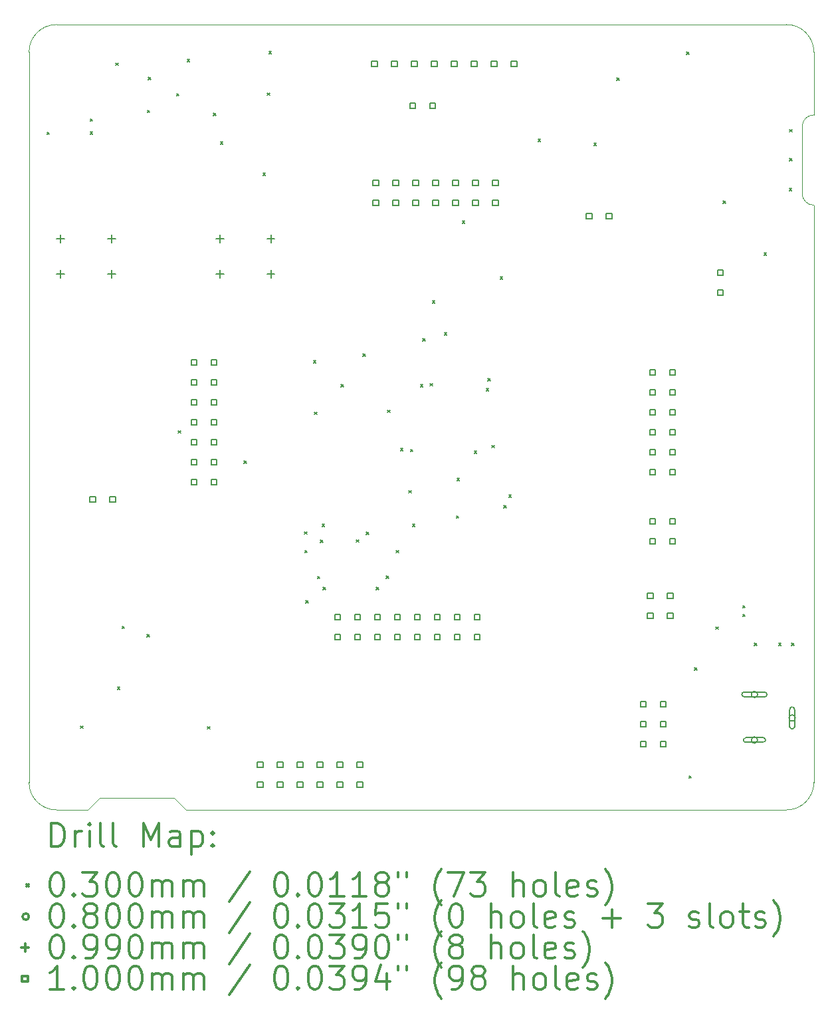
<source format=gbr>
%FSLAX45Y45*%
G04 Gerber Fmt 4.5, Leading zero omitted, Abs format (unit mm)*
G04 Created by KiCad (PCBNEW (5.1.10)-1) date 2021-11-18 19:13:32*
%MOMM*%
%LPD*%
G01*
G04 APERTURE LIST*
%TA.AperFunction,Profile*%
%ADD10C,0.050000*%
%TD*%
%ADD11C,0.200000*%
%ADD12C,0.300000*%
G04 APERTURE END LIST*
D10*
X5350000Y-16000000D02*
X5750000Y-16000000D01*
X5900000Y-15850000D02*
X5750000Y-16000000D01*
X6850000Y-15850000D02*
X5900000Y-15850000D01*
X7000000Y-16000000D02*
X6850000Y-15850000D01*
X15000000Y-6350000D02*
X15000000Y-7150000D01*
X14850000Y-8150000D02*
X14850000Y-7300000D01*
X15000000Y-8300000D02*
G75*
G02*
X14850000Y-8150000I0J150000D01*
G01*
X14850000Y-7300000D02*
G75*
G02*
X15000000Y-7150000I150000J0D01*
G01*
X5000000Y-6350000D02*
G75*
G02*
X5350000Y-6000000I350000J0D01*
G01*
X5350000Y-16000000D02*
G75*
G02*
X5000000Y-15650000I0J350000D01*
G01*
X15000000Y-15650000D02*
G75*
G02*
X14650000Y-16000000I-350000J0D01*
G01*
X14650000Y-6000000D02*
G75*
G02*
X15000000Y-6350000I0J-350000D01*
G01*
X5000000Y-6350000D02*
X5000000Y-15650000D01*
X14650000Y-6000000D02*
X5350000Y-6000000D01*
X15000000Y-15650000D02*
X15000000Y-8300000D01*
X7000000Y-16000000D02*
X14650000Y-16000000D01*
D11*
X5230000Y-7370000D02*
X5260000Y-7400000D01*
X5260000Y-7370000D02*
X5230000Y-7400000D01*
X5657500Y-14932500D02*
X5687500Y-14962500D01*
X5687500Y-14932500D02*
X5657500Y-14962500D01*
X5780000Y-7202000D02*
X5810000Y-7232000D01*
X5810000Y-7202000D02*
X5780000Y-7232000D01*
X5780000Y-7364000D02*
X5810000Y-7394000D01*
X5810000Y-7364000D02*
X5780000Y-7394000D01*
X6107500Y-6487500D02*
X6137500Y-6517500D01*
X6137500Y-6487500D02*
X6107500Y-6517500D01*
X6125000Y-14435000D02*
X6155000Y-14465000D01*
X6155000Y-14435000D02*
X6125000Y-14465000D01*
X6185000Y-13660000D02*
X6215000Y-13690000D01*
X6215000Y-13660000D02*
X6185000Y-13690000D01*
X6503500Y-13766500D02*
X6533500Y-13796500D01*
X6533500Y-13766500D02*
X6503500Y-13796500D01*
X6506000Y-7090000D02*
X6536000Y-7120000D01*
X6536000Y-7090000D02*
X6506000Y-7120000D01*
X6519500Y-6670500D02*
X6549500Y-6700500D01*
X6549500Y-6670500D02*
X6519500Y-6700500D01*
X6882000Y-6879000D02*
X6912000Y-6909000D01*
X6912000Y-6879000D02*
X6882000Y-6909000D01*
X6902000Y-11172500D02*
X6932000Y-11202500D01*
X6932000Y-11172500D02*
X6902000Y-11202500D01*
X7015700Y-6443500D02*
X7045700Y-6473500D01*
X7045700Y-6443500D02*
X7015700Y-6473500D01*
X7272500Y-14937500D02*
X7302500Y-14967500D01*
X7302500Y-14937500D02*
X7272500Y-14967500D01*
X7351250Y-7126750D02*
X7381250Y-7156750D01*
X7381250Y-7126750D02*
X7351250Y-7156750D01*
X7441000Y-7494000D02*
X7471000Y-7524000D01*
X7471000Y-7494000D02*
X7441000Y-7524000D01*
X7739000Y-11555000D02*
X7769000Y-11585000D01*
X7769000Y-11555000D02*
X7739000Y-11585000D01*
X7982200Y-7890000D02*
X8012200Y-7920000D01*
X8012200Y-7890000D02*
X7982200Y-7920000D01*
X8035000Y-6870000D02*
X8065000Y-6900000D01*
X8065000Y-6870000D02*
X8035000Y-6900000D01*
X8058000Y-6339000D02*
X8088000Y-6369000D01*
X8088000Y-6339000D02*
X8058000Y-6369000D01*
X8510000Y-12460000D02*
X8540000Y-12490000D01*
X8540000Y-12460000D02*
X8510000Y-12490000D01*
X8515000Y-12695000D02*
X8545000Y-12725000D01*
X8545000Y-12695000D02*
X8515000Y-12725000D01*
X8525000Y-13335000D02*
X8555000Y-13365000D01*
X8555000Y-13335000D02*
X8525000Y-13365000D01*
X8625000Y-10277500D02*
X8655000Y-10307500D01*
X8655000Y-10277500D02*
X8625000Y-10307500D01*
X8635000Y-10932500D02*
X8665000Y-10962500D01*
X8665000Y-10932500D02*
X8635000Y-10962500D01*
X8675000Y-13025000D02*
X8705000Y-13055000D01*
X8705000Y-13025000D02*
X8675000Y-13055000D01*
X8715000Y-12565000D02*
X8745000Y-12595000D01*
X8745000Y-12565000D02*
X8715000Y-12595000D01*
X8735000Y-12360000D02*
X8765000Y-12390000D01*
X8765000Y-12360000D02*
X8735000Y-12390000D01*
X8745000Y-13165000D02*
X8775000Y-13195000D01*
X8775000Y-13165000D02*
X8745000Y-13195000D01*
X8975000Y-10585000D02*
X9005000Y-10615000D01*
X9005000Y-10585000D02*
X8975000Y-10615000D01*
X9169000Y-12559000D02*
X9199000Y-12589000D01*
X9199000Y-12559000D02*
X9169000Y-12589000D01*
X9255000Y-10195000D02*
X9285000Y-10225000D01*
X9285000Y-10195000D02*
X9255000Y-10225000D01*
X9297500Y-12462500D02*
X9327500Y-12492500D01*
X9327500Y-12462500D02*
X9297500Y-12492500D01*
X9423000Y-13166999D02*
X9453000Y-13196999D01*
X9453000Y-13166999D02*
X9423000Y-13196999D01*
X9552500Y-13022500D02*
X9582500Y-13052500D01*
X9582500Y-13022500D02*
X9552500Y-13052500D01*
X9568000Y-10910000D02*
X9598000Y-10940000D01*
X9598000Y-10910000D02*
X9568000Y-10940000D01*
X9677000Y-12697000D02*
X9707000Y-12727000D01*
X9707000Y-12697000D02*
X9677000Y-12727000D01*
X9734800Y-11395200D02*
X9764800Y-11425200D01*
X9764800Y-11395200D02*
X9734800Y-11425200D01*
X9837500Y-11935000D02*
X9867500Y-11965000D01*
X9867500Y-11935000D02*
X9837500Y-11965000D01*
X9860000Y-11407000D02*
X9890000Y-11437000D01*
X9890000Y-11407000D02*
X9860000Y-11437000D01*
X9885000Y-12360000D02*
X9915000Y-12390000D01*
X9915000Y-12360000D02*
X9885000Y-12390000D01*
X9988800Y-10582400D02*
X10018800Y-10612400D01*
X10018800Y-10582400D02*
X9988800Y-10612400D01*
X10015000Y-9999000D02*
X10045000Y-10029000D01*
X10045000Y-9999000D02*
X10015000Y-10029000D01*
X10110000Y-10572000D02*
X10140000Y-10602000D01*
X10140000Y-10572000D02*
X10110000Y-10602000D01*
X10141200Y-9515600D02*
X10171200Y-9545600D01*
X10171200Y-9515600D02*
X10141200Y-9545600D01*
X10293600Y-9922000D02*
X10323600Y-9952000D01*
X10323600Y-9922000D02*
X10293600Y-9952000D01*
X10445000Y-12255000D02*
X10475000Y-12285000D01*
X10475000Y-12255000D02*
X10445000Y-12285000D01*
X10455000Y-11775000D02*
X10485000Y-11805000D01*
X10485000Y-11775000D02*
X10455000Y-11805000D01*
X10522200Y-8499600D02*
X10552200Y-8529600D01*
X10552200Y-8499600D02*
X10522200Y-8529600D01*
X10672500Y-11430000D02*
X10702500Y-11460000D01*
X10702500Y-11430000D02*
X10672500Y-11460000D01*
X10824500Y-10633000D02*
X10854500Y-10663000D01*
X10854500Y-10633000D02*
X10824500Y-10663000D01*
X10845000Y-10505000D02*
X10875000Y-10535000D01*
X10875000Y-10505000D02*
X10845000Y-10535000D01*
X10896000Y-11358000D02*
X10926000Y-11388000D01*
X10926000Y-11358000D02*
X10896000Y-11388000D01*
X11004800Y-9210800D02*
X11034800Y-9240800D01*
X11034800Y-9210800D02*
X11004800Y-9240800D01*
X11050000Y-12122500D02*
X11080000Y-12152500D01*
X11080000Y-12122500D02*
X11050000Y-12152500D01*
X11115000Y-11989500D02*
X11145000Y-12019500D01*
X11145000Y-11989500D02*
X11115000Y-12019500D01*
X11487400Y-7458200D02*
X11517400Y-7488200D01*
X11517400Y-7458200D02*
X11487400Y-7488200D01*
X12198600Y-7509000D02*
X12228600Y-7539000D01*
X12228600Y-7509000D02*
X12198600Y-7539000D01*
X12488000Y-6682000D02*
X12518000Y-6712000D01*
X12518000Y-6682000D02*
X12488000Y-6712000D01*
X13380000Y-6350000D02*
X13410000Y-6380000D01*
X13410000Y-6350000D02*
X13380000Y-6380000D01*
X13408000Y-15566000D02*
X13438000Y-15596000D01*
X13438000Y-15566000D02*
X13408000Y-15596000D01*
X13479000Y-14188000D02*
X13509000Y-14218000D01*
X13509000Y-14188000D02*
X13479000Y-14218000D01*
X13752000Y-13668000D02*
X13782000Y-13698000D01*
X13782000Y-13668000D02*
X13752000Y-13698000D01*
X13845000Y-8245000D02*
X13875000Y-8275000D01*
X13875000Y-8245000D02*
X13845000Y-8275000D01*
X14095000Y-13399000D02*
X14125000Y-13429000D01*
X14125000Y-13399000D02*
X14095000Y-13429000D01*
X14095000Y-13509000D02*
X14125000Y-13539000D01*
X14125000Y-13509000D02*
X14095000Y-13539000D01*
X14241500Y-13877500D02*
X14271500Y-13907500D01*
X14271500Y-13877500D02*
X14241500Y-13907500D01*
X14364000Y-8906000D02*
X14394000Y-8936000D01*
X14394000Y-8906000D02*
X14364000Y-8936000D01*
X14552499Y-13877500D02*
X14582499Y-13907500D01*
X14582499Y-13877500D02*
X14552499Y-13907500D01*
X14685000Y-8085000D02*
X14715000Y-8115000D01*
X14715000Y-8085000D02*
X14685000Y-8115000D01*
X14690000Y-7705000D02*
X14720000Y-7735000D01*
X14720000Y-7705000D02*
X14690000Y-7735000D01*
X14690008Y-7335000D02*
X14720008Y-7365000D01*
X14720008Y-7335000D02*
X14690008Y-7365000D01*
X14715000Y-13877500D02*
X14745000Y-13907500D01*
X14745000Y-13877500D02*
X14715000Y-13907500D01*
X14282500Y-14530000D02*
G75*
G03*
X14282500Y-14530000I-40000J0D01*
G01*
X14112500Y-14560000D02*
X14372500Y-14560000D01*
X14112500Y-14500000D02*
X14372500Y-14500000D01*
X14372500Y-14560000D02*
G75*
G03*
X14372500Y-14500000I0J30000D01*
G01*
X14112500Y-14500000D02*
G75*
G03*
X14112500Y-14560000I0J-30000D01*
G01*
X14282500Y-15110000D02*
G75*
G03*
X14282500Y-15110000I-40000J0D01*
G01*
X14132500Y-15140000D02*
X14352500Y-15140000D01*
X14132500Y-15080000D02*
X14352500Y-15080000D01*
X14352500Y-15140000D02*
G75*
G03*
X14352500Y-15080000I0J30000D01*
G01*
X14132500Y-15080000D02*
G75*
G03*
X14132500Y-15140000I0J-30000D01*
G01*
X14762500Y-14830000D02*
G75*
G03*
X14762500Y-14830000I-40000J0D01*
G01*
X14752500Y-14940000D02*
X14752500Y-14720000D01*
X14692500Y-14940000D02*
X14692500Y-14720000D01*
X14752500Y-14720000D02*
G75*
G03*
X14692500Y-14720000I-30000J0D01*
G01*
X14692500Y-14940000D02*
G75*
G03*
X14752500Y-14940000I30000J0D01*
G01*
X5402500Y-8677500D02*
X5402500Y-8776500D01*
X5353000Y-8727000D02*
X5452000Y-8727000D01*
X5402500Y-9127500D02*
X5402500Y-9226500D01*
X5353000Y-9177000D02*
X5452000Y-9177000D01*
X6052500Y-8677500D02*
X6052500Y-8776500D01*
X6003000Y-8727000D02*
X6102000Y-8727000D01*
X6052500Y-9127500D02*
X6052500Y-9226500D01*
X6003000Y-9177000D02*
X6102000Y-9177000D01*
X7431000Y-8677500D02*
X7431000Y-8776500D01*
X7381500Y-8727000D02*
X7480500Y-8727000D01*
X7431000Y-9127500D02*
X7431000Y-9226500D01*
X7381500Y-9177000D02*
X7480500Y-9177000D01*
X8081000Y-8677500D02*
X8081000Y-8776500D01*
X8031500Y-8727000D02*
X8130500Y-8727000D01*
X8081000Y-9127500D02*
X8081000Y-9226500D01*
X8031500Y-9177000D02*
X8130500Y-9177000D01*
X5848156Y-12080556D02*
X5848156Y-12009844D01*
X5777444Y-12009844D01*
X5777444Y-12080556D01*
X5848156Y-12080556D01*
X6102156Y-12080556D02*
X6102156Y-12009844D01*
X6031444Y-12009844D01*
X6031444Y-12080556D01*
X6102156Y-12080556D01*
X7135356Y-10335356D02*
X7135356Y-10264644D01*
X7064644Y-10264644D01*
X7064644Y-10335356D01*
X7135356Y-10335356D01*
X7135356Y-10589356D02*
X7135356Y-10518644D01*
X7064644Y-10518644D01*
X7064644Y-10589356D01*
X7135356Y-10589356D01*
X7135356Y-10843356D02*
X7135356Y-10772644D01*
X7064644Y-10772644D01*
X7064644Y-10843356D01*
X7135356Y-10843356D01*
X7135356Y-11097356D02*
X7135356Y-11026644D01*
X7064644Y-11026644D01*
X7064644Y-11097356D01*
X7135356Y-11097356D01*
X7135356Y-11351356D02*
X7135356Y-11280644D01*
X7064644Y-11280644D01*
X7064644Y-11351356D01*
X7135356Y-11351356D01*
X7135356Y-11605356D02*
X7135356Y-11534644D01*
X7064644Y-11534644D01*
X7064644Y-11605356D01*
X7135356Y-11605356D01*
X7135356Y-11859356D02*
X7135356Y-11788644D01*
X7064644Y-11788644D01*
X7064644Y-11859356D01*
X7135356Y-11859356D01*
X7389356Y-10335356D02*
X7389356Y-10264644D01*
X7318644Y-10264644D01*
X7318644Y-10335356D01*
X7389356Y-10335356D01*
X7389356Y-10589356D02*
X7389356Y-10518644D01*
X7318644Y-10518644D01*
X7318644Y-10589356D01*
X7389356Y-10589356D01*
X7389356Y-10843356D02*
X7389356Y-10772644D01*
X7318644Y-10772644D01*
X7318644Y-10843356D01*
X7389356Y-10843356D01*
X7389356Y-11097356D02*
X7389356Y-11026644D01*
X7318644Y-11026644D01*
X7318644Y-11097356D01*
X7389356Y-11097356D01*
X7389356Y-11351356D02*
X7389356Y-11280644D01*
X7318644Y-11280644D01*
X7318644Y-11351356D01*
X7389356Y-11351356D01*
X7389356Y-11605356D02*
X7389356Y-11534644D01*
X7318644Y-11534644D01*
X7318644Y-11605356D01*
X7389356Y-11605356D01*
X7389356Y-11859356D02*
X7389356Y-11788644D01*
X7318644Y-11788644D01*
X7318644Y-11859356D01*
X7389356Y-11859356D01*
X7981756Y-15458756D02*
X7981756Y-15388044D01*
X7911044Y-15388044D01*
X7911044Y-15458756D01*
X7981756Y-15458756D01*
X7981756Y-15712756D02*
X7981756Y-15642044D01*
X7911044Y-15642044D01*
X7911044Y-15712756D01*
X7981756Y-15712756D01*
X8235756Y-15458756D02*
X8235756Y-15388044D01*
X8165044Y-15388044D01*
X8165044Y-15458756D01*
X8235756Y-15458756D01*
X8235756Y-15712756D02*
X8235756Y-15642044D01*
X8165044Y-15642044D01*
X8165044Y-15712756D01*
X8235756Y-15712756D01*
X8489756Y-15458756D02*
X8489756Y-15388044D01*
X8419044Y-15388044D01*
X8419044Y-15458756D01*
X8489756Y-15458756D01*
X8489756Y-15712756D02*
X8489756Y-15642044D01*
X8419044Y-15642044D01*
X8419044Y-15712756D01*
X8489756Y-15712756D01*
X8743756Y-15458756D02*
X8743756Y-15388044D01*
X8673044Y-15388044D01*
X8673044Y-15458756D01*
X8743756Y-15458756D01*
X8743756Y-15712756D02*
X8743756Y-15642044D01*
X8673044Y-15642044D01*
X8673044Y-15712756D01*
X8743756Y-15712756D01*
X8965356Y-13581356D02*
X8965356Y-13510644D01*
X8894644Y-13510644D01*
X8894644Y-13581356D01*
X8965356Y-13581356D01*
X8965356Y-13835356D02*
X8965356Y-13764644D01*
X8894644Y-13764644D01*
X8894644Y-13835356D01*
X8965356Y-13835356D01*
X8997756Y-15458756D02*
X8997756Y-15388044D01*
X8927044Y-15388044D01*
X8927044Y-15458756D01*
X8997756Y-15458756D01*
X8997756Y-15712756D02*
X8997756Y-15642044D01*
X8927044Y-15642044D01*
X8927044Y-15712756D01*
X8997756Y-15712756D01*
X9219356Y-13581356D02*
X9219356Y-13510644D01*
X9148644Y-13510644D01*
X9148644Y-13581356D01*
X9219356Y-13581356D01*
X9219356Y-13835356D02*
X9219356Y-13764644D01*
X9148644Y-13764644D01*
X9148644Y-13835356D01*
X9219356Y-13835356D01*
X9251756Y-15458756D02*
X9251756Y-15388044D01*
X9181044Y-15388044D01*
X9181044Y-15458756D01*
X9251756Y-15458756D01*
X9251756Y-15712756D02*
X9251756Y-15642044D01*
X9181044Y-15642044D01*
X9181044Y-15712756D01*
X9251756Y-15712756D01*
X9435356Y-6535356D02*
X9435356Y-6464644D01*
X9364644Y-6464644D01*
X9364644Y-6535356D01*
X9435356Y-6535356D01*
X9453856Y-8050356D02*
X9453856Y-7979644D01*
X9383144Y-7979644D01*
X9383144Y-8050356D01*
X9453856Y-8050356D01*
X9453856Y-8304356D02*
X9453856Y-8233644D01*
X9383144Y-8233644D01*
X9383144Y-8304356D01*
X9453856Y-8304356D01*
X9473356Y-13581356D02*
X9473356Y-13510644D01*
X9402644Y-13510644D01*
X9402644Y-13581356D01*
X9473356Y-13581356D01*
X9473356Y-13835356D02*
X9473356Y-13764644D01*
X9402644Y-13764644D01*
X9402644Y-13835356D01*
X9473356Y-13835356D01*
X9689356Y-6535356D02*
X9689356Y-6464644D01*
X9618644Y-6464644D01*
X9618644Y-6535356D01*
X9689356Y-6535356D01*
X9707856Y-8050356D02*
X9707856Y-7979644D01*
X9637144Y-7979644D01*
X9637144Y-8050356D01*
X9707856Y-8050356D01*
X9707856Y-8304356D02*
X9707856Y-8233644D01*
X9637144Y-8233644D01*
X9637144Y-8304356D01*
X9707856Y-8304356D01*
X9727356Y-13581356D02*
X9727356Y-13510644D01*
X9656644Y-13510644D01*
X9656644Y-13581356D01*
X9727356Y-13581356D01*
X9727356Y-13835356D02*
X9727356Y-13764644D01*
X9656644Y-13764644D01*
X9656644Y-13835356D01*
X9727356Y-13835356D01*
X9924356Y-7066356D02*
X9924356Y-6995644D01*
X9853644Y-6995644D01*
X9853644Y-7066356D01*
X9924356Y-7066356D01*
X9943356Y-6535356D02*
X9943356Y-6464644D01*
X9872644Y-6464644D01*
X9872644Y-6535356D01*
X9943356Y-6535356D01*
X9961856Y-8050356D02*
X9961856Y-7979644D01*
X9891144Y-7979644D01*
X9891144Y-8050356D01*
X9961856Y-8050356D01*
X9961856Y-8304356D02*
X9961856Y-8233644D01*
X9891144Y-8233644D01*
X9891144Y-8304356D01*
X9961856Y-8304356D01*
X9981356Y-13581356D02*
X9981356Y-13510644D01*
X9910644Y-13510644D01*
X9910644Y-13581356D01*
X9981356Y-13581356D01*
X9981356Y-13835356D02*
X9981356Y-13764644D01*
X9910644Y-13764644D01*
X9910644Y-13835356D01*
X9981356Y-13835356D01*
X10178356Y-7066356D02*
X10178356Y-6995644D01*
X10107644Y-6995644D01*
X10107644Y-7066356D01*
X10178356Y-7066356D01*
X10197356Y-6535356D02*
X10197356Y-6464644D01*
X10126644Y-6464644D01*
X10126644Y-6535356D01*
X10197356Y-6535356D01*
X10215856Y-8050356D02*
X10215856Y-7979644D01*
X10145144Y-7979644D01*
X10145144Y-8050356D01*
X10215856Y-8050356D01*
X10215856Y-8304356D02*
X10215856Y-8233644D01*
X10145144Y-8233644D01*
X10145144Y-8304356D01*
X10215856Y-8304356D01*
X10235356Y-13581356D02*
X10235356Y-13510644D01*
X10164644Y-13510644D01*
X10164644Y-13581356D01*
X10235356Y-13581356D01*
X10235356Y-13835356D02*
X10235356Y-13764644D01*
X10164644Y-13764644D01*
X10164644Y-13835356D01*
X10235356Y-13835356D01*
X10451356Y-6535356D02*
X10451356Y-6464644D01*
X10380644Y-6464644D01*
X10380644Y-6535356D01*
X10451356Y-6535356D01*
X10469856Y-8050356D02*
X10469856Y-7979644D01*
X10399144Y-7979644D01*
X10399144Y-8050356D01*
X10469856Y-8050356D01*
X10469856Y-8304356D02*
X10469856Y-8233644D01*
X10399144Y-8233644D01*
X10399144Y-8304356D01*
X10469856Y-8304356D01*
X10489356Y-13581356D02*
X10489356Y-13510644D01*
X10418644Y-13510644D01*
X10418644Y-13581356D01*
X10489356Y-13581356D01*
X10489356Y-13835356D02*
X10489356Y-13764644D01*
X10418644Y-13764644D01*
X10418644Y-13835356D01*
X10489356Y-13835356D01*
X10705356Y-6535356D02*
X10705356Y-6464644D01*
X10634644Y-6464644D01*
X10634644Y-6535356D01*
X10705356Y-6535356D01*
X10723856Y-8050356D02*
X10723856Y-7979644D01*
X10653144Y-7979644D01*
X10653144Y-8050356D01*
X10723856Y-8050356D01*
X10723856Y-8304356D02*
X10723856Y-8233644D01*
X10653144Y-8233644D01*
X10653144Y-8304356D01*
X10723856Y-8304356D01*
X10743356Y-13581356D02*
X10743356Y-13510644D01*
X10672644Y-13510644D01*
X10672644Y-13581356D01*
X10743356Y-13581356D01*
X10743356Y-13835356D02*
X10743356Y-13764644D01*
X10672644Y-13764644D01*
X10672644Y-13835356D01*
X10743356Y-13835356D01*
X10959356Y-6535356D02*
X10959356Y-6464644D01*
X10888644Y-6464644D01*
X10888644Y-6535356D01*
X10959356Y-6535356D01*
X10977856Y-8050356D02*
X10977856Y-7979644D01*
X10907144Y-7979644D01*
X10907144Y-8050356D01*
X10977856Y-8050356D01*
X10977856Y-8304356D02*
X10977856Y-8233644D01*
X10907144Y-8233644D01*
X10907144Y-8304356D01*
X10977856Y-8304356D01*
X11213356Y-6535356D02*
X11213356Y-6464644D01*
X11142644Y-6464644D01*
X11142644Y-6535356D01*
X11213356Y-6535356D01*
X12172756Y-8473756D02*
X12172756Y-8403044D01*
X12102044Y-8403044D01*
X12102044Y-8473756D01*
X12172756Y-8473756D01*
X12426756Y-8473756D02*
X12426756Y-8403044D01*
X12356044Y-8403044D01*
X12356044Y-8473756D01*
X12426756Y-8473756D01*
X12861356Y-14688356D02*
X12861356Y-14617644D01*
X12790644Y-14617644D01*
X12790644Y-14688356D01*
X12861356Y-14688356D01*
X12861356Y-14942356D02*
X12861356Y-14871644D01*
X12790644Y-14871644D01*
X12790644Y-14942356D01*
X12861356Y-14942356D01*
X12861356Y-15196356D02*
X12861356Y-15125644D01*
X12790644Y-15125644D01*
X12790644Y-15196356D01*
X12861356Y-15196356D01*
X12951356Y-13309356D02*
X12951356Y-13238644D01*
X12880644Y-13238644D01*
X12880644Y-13309356D01*
X12951356Y-13309356D01*
X12951356Y-13563356D02*
X12951356Y-13492644D01*
X12880644Y-13492644D01*
X12880644Y-13563356D01*
X12951356Y-13563356D01*
X12981356Y-10465356D02*
X12981356Y-10394644D01*
X12910644Y-10394644D01*
X12910644Y-10465356D01*
X12981356Y-10465356D01*
X12981356Y-10719356D02*
X12981356Y-10648644D01*
X12910644Y-10648644D01*
X12910644Y-10719356D01*
X12981356Y-10719356D01*
X12981356Y-10973356D02*
X12981356Y-10902644D01*
X12910644Y-10902644D01*
X12910644Y-10973356D01*
X12981356Y-10973356D01*
X12981356Y-11227356D02*
X12981356Y-11156644D01*
X12910644Y-11156644D01*
X12910644Y-11227356D01*
X12981356Y-11227356D01*
X12981356Y-11481356D02*
X12981356Y-11410644D01*
X12910644Y-11410644D01*
X12910644Y-11481356D01*
X12981356Y-11481356D01*
X12981356Y-11735356D02*
X12981356Y-11664644D01*
X12910644Y-11664644D01*
X12910644Y-11735356D01*
X12981356Y-11735356D01*
X12981356Y-12358356D02*
X12981356Y-12287644D01*
X12910644Y-12287644D01*
X12910644Y-12358356D01*
X12981356Y-12358356D01*
X12981356Y-12612356D02*
X12981356Y-12541644D01*
X12910644Y-12541644D01*
X12910644Y-12612356D01*
X12981356Y-12612356D01*
X13115356Y-14688356D02*
X13115356Y-14617644D01*
X13044644Y-14617644D01*
X13044644Y-14688356D01*
X13115356Y-14688356D01*
X13115356Y-14942356D02*
X13115356Y-14871644D01*
X13044644Y-14871644D01*
X13044644Y-14942356D01*
X13115356Y-14942356D01*
X13115356Y-15196356D02*
X13115356Y-15125644D01*
X13044644Y-15125644D01*
X13044644Y-15196356D01*
X13115356Y-15196356D01*
X13205356Y-13309356D02*
X13205356Y-13238644D01*
X13134644Y-13238644D01*
X13134644Y-13309356D01*
X13205356Y-13309356D01*
X13205356Y-13563356D02*
X13205356Y-13492644D01*
X13134644Y-13492644D01*
X13134644Y-13563356D01*
X13205356Y-13563356D01*
X13235356Y-10465356D02*
X13235356Y-10394644D01*
X13164644Y-10394644D01*
X13164644Y-10465356D01*
X13235356Y-10465356D01*
X13235356Y-10719356D02*
X13235356Y-10648644D01*
X13164644Y-10648644D01*
X13164644Y-10719356D01*
X13235356Y-10719356D01*
X13235356Y-10973356D02*
X13235356Y-10902644D01*
X13164644Y-10902644D01*
X13164644Y-10973356D01*
X13235356Y-10973356D01*
X13235356Y-11227356D02*
X13235356Y-11156644D01*
X13164644Y-11156644D01*
X13164644Y-11227356D01*
X13235356Y-11227356D01*
X13235356Y-11481356D02*
X13235356Y-11410644D01*
X13164644Y-11410644D01*
X13164644Y-11481356D01*
X13235356Y-11481356D01*
X13235356Y-11735356D02*
X13235356Y-11664644D01*
X13164644Y-11664644D01*
X13164644Y-11735356D01*
X13235356Y-11735356D01*
X13235356Y-12358356D02*
X13235356Y-12287644D01*
X13164644Y-12287644D01*
X13164644Y-12358356D01*
X13235356Y-12358356D01*
X13235356Y-12612356D02*
X13235356Y-12541644D01*
X13164644Y-12541644D01*
X13164644Y-12612356D01*
X13235356Y-12612356D01*
X13845356Y-9191356D02*
X13845356Y-9120644D01*
X13774644Y-9120644D01*
X13774644Y-9191356D01*
X13845356Y-9191356D01*
X13845356Y-9445356D02*
X13845356Y-9374644D01*
X13774644Y-9374644D01*
X13774644Y-9445356D01*
X13845356Y-9445356D01*
D12*
X5283928Y-16468214D02*
X5283928Y-16168214D01*
X5355357Y-16168214D01*
X5398214Y-16182500D01*
X5426786Y-16211071D01*
X5441071Y-16239643D01*
X5455357Y-16296786D01*
X5455357Y-16339643D01*
X5441071Y-16396786D01*
X5426786Y-16425357D01*
X5398214Y-16453929D01*
X5355357Y-16468214D01*
X5283928Y-16468214D01*
X5583928Y-16468214D02*
X5583928Y-16268214D01*
X5583928Y-16325357D02*
X5598214Y-16296786D01*
X5612500Y-16282500D01*
X5641071Y-16268214D01*
X5669643Y-16268214D01*
X5769643Y-16468214D02*
X5769643Y-16268214D01*
X5769643Y-16168214D02*
X5755357Y-16182500D01*
X5769643Y-16196786D01*
X5783928Y-16182500D01*
X5769643Y-16168214D01*
X5769643Y-16196786D01*
X5955357Y-16468214D02*
X5926786Y-16453929D01*
X5912500Y-16425357D01*
X5912500Y-16168214D01*
X6112500Y-16468214D02*
X6083928Y-16453929D01*
X6069643Y-16425357D01*
X6069643Y-16168214D01*
X6455357Y-16468214D02*
X6455357Y-16168214D01*
X6555357Y-16382500D01*
X6655357Y-16168214D01*
X6655357Y-16468214D01*
X6926786Y-16468214D02*
X6926786Y-16311071D01*
X6912500Y-16282500D01*
X6883928Y-16268214D01*
X6826786Y-16268214D01*
X6798214Y-16282500D01*
X6926786Y-16453929D02*
X6898214Y-16468214D01*
X6826786Y-16468214D01*
X6798214Y-16453929D01*
X6783928Y-16425357D01*
X6783928Y-16396786D01*
X6798214Y-16368214D01*
X6826786Y-16353929D01*
X6898214Y-16353929D01*
X6926786Y-16339643D01*
X7069643Y-16268214D02*
X7069643Y-16568214D01*
X7069643Y-16282500D02*
X7098214Y-16268214D01*
X7155357Y-16268214D01*
X7183928Y-16282500D01*
X7198214Y-16296786D01*
X7212500Y-16325357D01*
X7212500Y-16411071D01*
X7198214Y-16439643D01*
X7183928Y-16453929D01*
X7155357Y-16468214D01*
X7098214Y-16468214D01*
X7069643Y-16453929D01*
X7341071Y-16439643D02*
X7355357Y-16453929D01*
X7341071Y-16468214D01*
X7326786Y-16453929D01*
X7341071Y-16439643D01*
X7341071Y-16468214D01*
X7341071Y-16282500D02*
X7355357Y-16296786D01*
X7341071Y-16311071D01*
X7326786Y-16296786D01*
X7341071Y-16282500D01*
X7341071Y-16311071D01*
X4967500Y-16947500D02*
X4997500Y-16977500D01*
X4997500Y-16947500D02*
X4967500Y-16977500D01*
X5341071Y-16798214D02*
X5369643Y-16798214D01*
X5398214Y-16812500D01*
X5412500Y-16826786D01*
X5426786Y-16855357D01*
X5441071Y-16912500D01*
X5441071Y-16983929D01*
X5426786Y-17041072D01*
X5412500Y-17069643D01*
X5398214Y-17083929D01*
X5369643Y-17098214D01*
X5341071Y-17098214D01*
X5312500Y-17083929D01*
X5298214Y-17069643D01*
X5283928Y-17041072D01*
X5269643Y-16983929D01*
X5269643Y-16912500D01*
X5283928Y-16855357D01*
X5298214Y-16826786D01*
X5312500Y-16812500D01*
X5341071Y-16798214D01*
X5569643Y-17069643D02*
X5583928Y-17083929D01*
X5569643Y-17098214D01*
X5555357Y-17083929D01*
X5569643Y-17069643D01*
X5569643Y-17098214D01*
X5683928Y-16798214D02*
X5869643Y-16798214D01*
X5769643Y-16912500D01*
X5812500Y-16912500D01*
X5841071Y-16926786D01*
X5855357Y-16941072D01*
X5869643Y-16969643D01*
X5869643Y-17041072D01*
X5855357Y-17069643D01*
X5841071Y-17083929D01*
X5812500Y-17098214D01*
X5726786Y-17098214D01*
X5698214Y-17083929D01*
X5683928Y-17069643D01*
X6055357Y-16798214D02*
X6083928Y-16798214D01*
X6112500Y-16812500D01*
X6126786Y-16826786D01*
X6141071Y-16855357D01*
X6155357Y-16912500D01*
X6155357Y-16983929D01*
X6141071Y-17041072D01*
X6126786Y-17069643D01*
X6112500Y-17083929D01*
X6083928Y-17098214D01*
X6055357Y-17098214D01*
X6026786Y-17083929D01*
X6012500Y-17069643D01*
X5998214Y-17041072D01*
X5983928Y-16983929D01*
X5983928Y-16912500D01*
X5998214Y-16855357D01*
X6012500Y-16826786D01*
X6026786Y-16812500D01*
X6055357Y-16798214D01*
X6341071Y-16798214D02*
X6369643Y-16798214D01*
X6398214Y-16812500D01*
X6412500Y-16826786D01*
X6426786Y-16855357D01*
X6441071Y-16912500D01*
X6441071Y-16983929D01*
X6426786Y-17041072D01*
X6412500Y-17069643D01*
X6398214Y-17083929D01*
X6369643Y-17098214D01*
X6341071Y-17098214D01*
X6312500Y-17083929D01*
X6298214Y-17069643D01*
X6283928Y-17041072D01*
X6269643Y-16983929D01*
X6269643Y-16912500D01*
X6283928Y-16855357D01*
X6298214Y-16826786D01*
X6312500Y-16812500D01*
X6341071Y-16798214D01*
X6569643Y-17098214D02*
X6569643Y-16898214D01*
X6569643Y-16926786D02*
X6583928Y-16912500D01*
X6612500Y-16898214D01*
X6655357Y-16898214D01*
X6683928Y-16912500D01*
X6698214Y-16941072D01*
X6698214Y-17098214D01*
X6698214Y-16941072D02*
X6712500Y-16912500D01*
X6741071Y-16898214D01*
X6783928Y-16898214D01*
X6812500Y-16912500D01*
X6826786Y-16941072D01*
X6826786Y-17098214D01*
X6969643Y-17098214D02*
X6969643Y-16898214D01*
X6969643Y-16926786D02*
X6983928Y-16912500D01*
X7012500Y-16898214D01*
X7055357Y-16898214D01*
X7083928Y-16912500D01*
X7098214Y-16941072D01*
X7098214Y-17098214D01*
X7098214Y-16941072D02*
X7112500Y-16912500D01*
X7141071Y-16898214D01*
X7183928Y-16898214D01*
X7212500Y-16912500D01*
X7226786Y-16941072D01*
X7226786Y-17098214D01*
X7812500Y-16783929D02*
X7555357Y-17169643D01*
X8198214Y-16798214D02*
X8226786Y-16798214D01*
X8255357Y-16812500D01*
X8269643Y-16826786D01*
X8283928Y-16855357D01*
X8298214Y-16912500D01*
X8298214Y-16983929D01*
X8283928Y-17041072D01*
X8269643Y-17069643D01*
X8255357Y-17083929D01*
X8226786Y-17098214D01*
X8198214Y-17098214D01*
X8169643Y-17083929D01*
X8155357Y-17069643D01*
X8141071Y-17041072D01*
X8126786Y-16983929D01*
X8126786Y-16912500D01*
X8141071Y-16855357D01*
X8155357Y-16826786D01*
X8169643Y-16812500D01*
X8198214Y-16798214D01*
X8426786Y-17069643D02*
X8441071Y-17083929D01*
X8426786Y-17098214D01*
X8412500Y-17083929D01*
X8426786Y-17069643D01*
X8426786Y-17098214D01*
X8626786Y-16798214D02*
X8655357Y-16798214D01*
X8683928Y-16812500D01*
X8698214Y-16826786D01*
X8712500Y-16855357D01*
X8726786Y-16912500D01*
X8726786Y-16983929D01*
X8712500Y-17041072D01*
X8698214Y-17069643D01*
X8683928Y-17083929D01*
X8655357Y-17098214D01*
X8626786Y-17098214D01*
X8598214Y-17083929D01*
X8583928Y-17069643D01*
X8569643Y-17041072D01*
X8555357Y-16983929D01*
X8555357Y-16912500D01*
X8569643Y-16855357D01*
X8583928Y-16826786D01*
X8598214Y-16812500D01*
X8626786Y-16798214D01*
X9012500Y-17098214D02*
X8841071Y-17098214D01*
X8926786Y-17098214D02*
X8926786Y-16798214D01*
X8898214Y-16841072D01*
X8869643Y-16869643D01*
X8841071Y-16883929D01*
X9298214Y-17098214D02*
X9126786Y-17098214D01*
X9212500Y-17098214D02*
X9212500Y-16798214D01*
X9183928Y-16841072D01*
X9155357Y-16869643D01*
X9126786Y-16883929D01*
X9469643Y-16926786D02*
X9441071Y-16912500D01*
X9426786Y-16898214D01*
X9412500Y-16869643D01*
X9412500Y-16855357D01*
X9426786Y-16826786D01*
X9441071Y-16812500D01*
X9469643Y-16798214D01*
X9526786Y-16798214D01*
X9555357Y-16812500D01*
X9569643Y-16826786D01*
X9583928Y-16855357D01*
X9583928Y-16869643D01*
X9569643Y-16898214D01*
X9555357Y-16912500D01*
X9526786Y-16926786D01*
X9469643Y-16926786D01*
X9441071Y-16941072D01*
X9426786Y-16955357D01*
X9412500Y-16983929D01*
X9412500Y-17041072D01*
X9426786Y-17069643D01*
X9441071Y-17083929D01*
X9469643Y-17098214D01*
X9526786Y-17098214D01*
X9555357Y-17083929D01*
X9569643Y-17069643D01*
X9583928Y-17041072D01*
X9583928Y-16983929D01*
X9569643Y-16955357D01*
X9555357Y-16941072D01*
X9526786Y-16926786D01*
X9698214Y-16798214D02*
X9698214Y-16855357D01*
X9812500Y-16798214D02*
X9812500Y-16855357D01*
X10255357Y-17212500D02*
X10241071Y-17198214D01*
X10212500Y-17155357D01*
X10198214Y-17126786D01*
X10183928Y-17083929D01*
X10169643Y-17012500D01*
X10169643Y-16955357D01*
X10183928Y-16883929D01*
X10198214Y-16841072D01*
X10212500Y-16812500D01*
X10241071Y-16769643D01*
X10255357Y-16755357D01*
X10341071Y-16798214D02*
X10541071Y-16798214D01*
X10412500Y-17098214D01*
X10626786Y-16798214D02*
X10812500Y-16798214D01*
X10712500Y-16912500D01*
X10755357Y-16912500D01*
X10783928Y-16926786D01*
X10798214Y-16941072D01*
X10812500Y-16969643D01*
X10812500Y-17041072D01*
X10798214Y-17069643D01*
X10783928Y-17083929D01*
X10755357Y-17098214D01*
X10669643Y-17098214D01*
X10641071Y-17083929D01*
X10626786Y-17069643D01*
X11169643Y-17098214D02*
X11169643Y-16798214D01*
X11298214Y-17098214D02*
X11298214Y-16941072D01*
X11283928Y-16912500D01*
X11255357Y-16898214D01*
X11212500Y-16898214D01*
X11183928Y-16912500D01*
X11169643Y-16926786D01*
X11483928Y-17098214D02*
X11455357Y-17083929D01*
X11441071Y-17069643D01*
X11426786Y-17041072D01*
X11426786Y-16955357D01*
X11441071Y-16926786D01*
X11455357Y-16912500D01*
X11483928Y-16898214D01*
X11526786Y-16898214D01*
X11555357Y-16912500D01*
X11569643Y-16926786D01*
X11583928Y-16955357D01*
X11583928Y-17041072D01*
X11569643Y-17069643D01*
X11555357Y-17083929D01*
X11526786Y-17098214D01*
X11483928Y-17098214D01*
X11755357Y-17098214D02*
X11726786Y-17083929D01*
X11712500Y-17055357D01*
X11712500Y-16798214D01*
X11983928Y-17083929D02*
X11955357Y-17098214D01*
X11898214Y-17098214D01*
X11869643Y-17083929D01*
X11855357Y-17055357D01*
X11855357Y-16941072D01*
X11869643Y-16912500D01*
X11898214Y-16898214D01*
X11955357Y-16898214D01*
X11983928Y-16912500D01*
X11998214Y-16941072D01*
X11998214Y-16969643D01*
X11855357Y-16998214D01*
X12112500Y-17083929D02*
X12141071Y-17098214D01*
X12198214Y-17098214D01*
X12226786Y-17083929D01*
X12241071Y-17055357D01*
X12241071Y-17041072D01*
X12226786Y-17012500D01*
X12198214Y-16998214D01*
X12155357Y-16998214D01*
X12126786Y-16983929D01*
X12112500Y-16955357D01*
X12112500Y-16941072D01*
X12126786Y-16912500D01*
X12155357Y-16898214D01*
X12198214Y-16898214D01*
X12226786Y-16912500D01*
X12341071Y-17212500D02*
X12355357Y-17198214D01*
X12383928Y-17155357D01*
X12398214Y-17126786D01*
X12412500Y-17083929D01*
X12426786Y-17012500D01*
X12426786Y-16955357D01*
X12412500Y-16883929D01*
X12398214Y-16841072D01*
X12383928Y-16812500D01*
X12355357Y-16769643D01*
X12341071Y-16755357D01*
X4997500Y-17358500D02*
G75*
G03*
X4997500Y-17358500I-40000J0D01*
G01*
X5341071Y-17194214D02*
X5369643Y-17194214D01*
X5398214Y-17208500D01*
X5412500Y-17222786D01*
X5426786Y-17251357D01*
X5441071Y-17308500D01*
X5441071Y-17379929D01*
X5426786Y-17437072D01*
X5412500Y-17465643D01*
X5398214Y-17479929D01*
X5369643Y-17494214D01*
X5341071Y-17494214D01*
X5312500Y-17479929D01*
X5298214Y-17465643D01*
X5283928Y-17437072D01*
X5269643Y-17379929D01*
X5269643Y-17308500D01*
X5283928Y-17251357D01*
X5298214Y-17222786D01*
X5312500Y-17208500D01*
X5341071Y-17194214D01*
X5569643Y-17465643D02*
X5583928Y-17479929D01*
X5569643Y-17494214D01*
X5555357Y-17479929D01*
X5569643Y-17465643D01*
X5569643Y-17494214D01*
X5755357Y-17322786D02*
X5726786Y-17308500D01*
X5712500Y-17294214D01*
X5698214Y-17265643D01*
X5698214Y-17251357D01*
X5712500Y-17222786D01*
X5726786Y-17208500D01*
X5755357Y-17194214D01*
X5812500Y-17194214D01*
X5841071Y-17208500D01*
X5855357Y-17222786D01*
X5869643Y-17251357D01*
X5869643Y-17265643D01*
X5855357Y-17294214D01*
X5841071Y-17308500D01*
X5812500Y-17322786D01*
X5755357Y-17322786D01*
X5726786Y-17337072D01*
X5712500Y-17351357D01*
X5698214Y-17379929D01*
X5698214Y-17437072D01*
X5712500Y-17465643D01*
X5726786Y-17479929D01*
X5755357Y-17494214D01*
X5812500Y-17494214D01*
X5841071Y-17479929D01*
X5855357Y-17465643D01*
X5869643Y-17437072D01*
X5869643Y-17379929D01*
X5855357Y-17351357D01*
X5841071Y-17337072D01*
X5812500Y-17322786D01*
X6055357Y-17194214D02*
X6083928Y-17194214D01*
X6112500Y-17208500D01*
X6126786Y-17222786D01*
X6141071Y-17251357D01*
X6155357Y-17308500D01*
X6155357Y-17379929D01*
X6141071Y-17437072D01*
X6126786Y-17465643D01*
X6112500Y-17479929D01*
X6083928Y-17494214D01*
X6055357Y-17494214D01*
X6026786Y-17479929D01*
X6012500Y-17465643D01*
X5998214Y-17437072D01*
X5983928Y-17379929D01*
X5983928Y-17308500D01*
X5998214Y-17251357D01*
X6012500Y-17222786D01*
X6026786Y-17208500D01*
X6055357Y-17194214D01*
X6341071Y-17194214D02*
X6369643Y-17194214D01*
X6398214Y-17208500D01*
X6412500Y-17222786D01*
X6426786Y-17251357D01*
X6441071Y-17308500D01*
X6441071Y-17379929D01*
X6426786Y-17437072D01*
X6412500Y-17465643D01*
X6398214Y-17479929D01*
X6369643Y-17494214D01*
X6341071Y-17494214D01*
X6312500Y-17479929D01*
X6298214Y-17465643D01*
X6283928Y-17437072D01*
X6269643Y-17379929D01*
X6269643Y-17308500D01*
X6283928Y-17251357D01*
X6298214Y-17222786D01*
X6312500Y-17208500D01*
X6341071Y-17194214D01*
X6569643Y-17494214D02*
X6569643Y-17294214D01*
X6569643Y-17322786D02*
X6583928Y-17308500D01*
X6612500Y-17294214D01*
X6655357Y-17294214D01*
X6683928Y-17308500D01*
X6698214Y-17337072D01*
X6698214Y-17494214D01*
X6698214Y-17337072D02*
X6712500Y-17308500D01*
X6741071Y-17294214D01*
X6783928Y-17294214D01*
X6812500Y-17308500D01*
X6826786Y-17337072D01*
X6826786Y-17494214D01*
X6969643Y-17494214D02*
X6969643Y-17294214D01*
X6969643Y-17322786D02*
X6983928Y-17308500D01*
X7012500Y-17294214D01*
X7055357Y-17294214D01*
X7083928Y-17308500D01*
X7098214Y-17337072D01*
X7098214Y-17494214D01*
X7098214Y-17337072D02*
X7112500Y-17308500D01*
X7141071Y-17294214D01*
X7183928Y-17294214D01*
X7212500Y-17308500D01*
X7226786Y-17337072D01*
X7226786Y-17494214D01*
X7812500Y-17179929D02*
X7555357Y-17565643D01*
X8198214Y-17194214D02*
X8226786Y-17194214D01*
X8255357Y-17208500D01*
X8269643Y-17222786D01*
X8283928Y-17251357D01*
X8298214Y-17308500D01*
X8298214Y-17379929D01*
X8283928Y-17437072D01*
X8269643Y-17465643D01*
X8255357Y-17479929D01*
X8226786Y-17494214D01*
X8198214Y-17494214D01*
X8169643Y-17479929D01*
X8155357Y-17465643D01*
X8141071Y-17437072D01*
X8126786Y-17379929D01*
X8126786Y-17308500D01*
X8141071Y-17251357D01*
X8155357Y-17222786D01*
X8169643Y-17208500D01*
X8198214Y-17194214D01*
X8426786Y-17465643D02*
X8441071Y-17479929D01*
X8426786Y-17494214D01*
X8412500Y-17479929D01*
X8426786Y-17465643D01*
X8426786Y-17494214D01*
X8626786Y-17194214D02*
X8655357Y-17194214D01*
X8683928Y-17208500D01*
X8698214Y-17222786D01*
X8712500Y-17251357D01*
X8726786Y-17308500D01*
X8726786Y-17379929D01*
X8712500Y-17437072D01*
X8698214Y-17465643D01*
X8683928Y-17479929D01*
X8655357Y-17494214D01*
X8626786Y-17494214D01*
X8598214Y-17479929D01*
X8583928Y-17465643D01*
X8569643Y-17437072D01*
X8555357Y-17379929D01*
X8555357Y-17308500D01*
X8569643Y-17251357D01*
X8583928Y-17222786D01*
X8598214Y-17208500D01*
X8626786Y-17194214D01*
X8826786Y-17194214D02*
X9012500Y-17194214D01*
X8912500Y-17308500D01*
X8955357Y-17308500D01*
X8983928Y-17322786D01*
X8998214Y-17337072D01*
X9012500Y-17365643D01*
X9012500Y-17437072D01*
X8998214Y-17465643D01*
X8983928Y-17479929D01*
X8955357Y-17494214D01*
X8869643Y-17494214D01*
X8841071Y-17479929D01*
X8826786Y-17465643D01*
X9298214Y-17494214D02*
X9126786Y-17494214D01*
X9212500Y-17494214D02*
X9212500Y-17194214D01*
X9183928Y-17237072D01*
X9155357Y-17265643D01*
X9126786Y-17279929D01*
X9569643Y-17194214D02*
X9426786Y-17194214D01*
X9412500Y-17337072D01*
X9426786Y-17322786D01*
X9455357Y-17308500D01*
X9526786Y-17308500D01*
X9555357Y-17322786D01*
X9569643Y-17337072D01*
X9583928Y-17365643D01*
X9583928Y-17437072D01*
X9569643Y-17465643D01*
X9555357Y-17479929D01*
X9526786Y-17494214D01*
X9455357Y-17494214D01*
X9426786Y-17479929D01*
X9412500Y-17465643D01*
X9698214Y-17194214D02*
X9698214Y-17251357D01*
X9812500Y-17194214D02*
X9812500Y-17251357D01*
X10255357Y-17608500D02*
X10241071Y-17594214D01*
X10212500Y-17551357D01*
X10198214Y-17522786D01*
X10183928Y-17479929D01*
X10169643Y-17408500D01*
X10169643Y-17351357D01*
X10183928Y-17279929D01*
X10198214Y-17237072D01*
X10212500Y-17208500D01*
X10241071Y-17165643D01*
X10255357Y-17151357D01*
X10426786Y-17194214D02*
X10455357Y-17194214D01*
X10483928Y-17208500D01*
X10498214Y-17222786D01*
X10512500Y-17251357D01*
X10526786Y-17308500D01*
X10526786Y-17379929D01*
X10512500Y-17437072D01*
X10498214Y-17465643D01*
X10483928Y-17479929D01*
X10455357Y-17494214D01*
X10426786Y-17494214D01*
X10398214Y-17479929D01*
X10383928Y-17465643D01*
X10369643Y-17437072D01*
X10355357Y-17379929D01*
X10355357Y-17308500D01*
X10369643Y-17251357D01*
X10383928Y-17222786D01*
X10398214Y-17208500D01*
X10426786Y-17194214D01*
X10883928Y-17494214D02*
X10883928Y-17194214D01*
X11012500Y-17494214D02*
X11012500Y-17337072D01*
X10998214Y-17308500D01*
X10969643Y-17294214D01*
X10926786Y-17294214D01*
X10898214Y-17308500D01*
X10883928Y-17322786D01*
X11198214Y-17494214D02*
X11169643Y-17479929D01*
X11155357Y-17465643D01*
X11141071Y-17437072D01*
X11141071Y-17351357D01*
X11155357Y-17322786D01*
X11169643Y-17308500D01*
X11198214Y-17294214D01*
X11241071Y-17294214D01*
X11269643Y-17308500D01*
X11283928Y-17322786D01*
X11298214Y-17351357D01*
X11298214Y-17437072D01*
X11283928Y-17465643D01*
X11269643Y-17479929D01*
X11241071Y-17494214D01*
X11198214Y-17494214D01*
X11469643Y-17494214D02*
X11441071Y-17479929D01*
X11426786Y-17451357D01*
X11426786Y-17194214D01*
X11698214Y-17479929D02*
X11669643Y-17494214D01*
X11612500Y-17494214D01*
X11583928Y-17479929D01*
X11569643Y-17451357D01*
X11569643Y-17337072D01*
X11583928Y-17308500D01*
X11612500Y-17294214D01*
X11669643Y-17294214D01*
X11698214Y-17308500D01*
X11712500Y-17337072D01*
X11712500Y-17365643D01*
X11569643Y-17394214D01*
X11826786Y-17479929D02*
X11855357Y-17494214D01*
X11912500Y-17494214D01*
X11941071Y-17479929D01*
X11955357Y-17451357D01*
X11955357Y-17437072D01*
X11941071Y-17408500D01*
X11912500Y-17394214D01*
X11869643Y-17394214D01*
X11841071Y-17379929D01*
X11826786Y-17351357D01*
X11826786Y-17337072D01*
X11841071Y-17308500D01*
X11869643Y-17294214D01*
X11912500Y-17294214D01*
X11941071Y-17308500D01*
X12312500Y-17379929D02*
X12541071Y-17379929D01*
X12426786Y-17494214D02*
X12426786Y-17265643D01*
X12883928Y-17194214D02*
X13069643Y-17194214D01*
X12969643Y-17308500D01*
X13012500Y-17308500D01*
X13041071Y-17322786D01*
X13055357Y-17337072D01*
X13069643Y-17365643D01*
X13069643Y-17437072D01*
X13055357Y-17465643D01*
X13041071Y-17479929D01*
X13012500Y-17494214D01*
X12926786Y-17494214D01*
X12898214Y-17479929D01*
X12883928Y-17465643D01*
X13412500Y-17479929D02*
X13441071Y-17494214D01*
X13498214Y-17494214D01*
X13526786Y-17479929D01*
X13541071Y-17451357D01*
X13541071Y-17437072D01*
X13526786Y-17408500D01*
X13498214Y-17394214D01*
X13455357Y-17394214D01*
X13426786Y-17379929D01*
X13412500Y-17351357D01*
X13412500Y-17337072D01*
X13426786Y-17308500D01*
X13455357Y-17294214D01*
X13498214Y-17294214D01*
X13526786Y-17308500D01*
X13712500Y-17494214D02*
X13683928Y-17479929D01*
X13669643Y-17451357D01*
X13669643Y-17194214D01*
X13869643Y-17494214D02*
X13841071Y-17479929D01*
X13826786Y-17465643D01*
X13812500Y-17437072D01*
X13812500Y-17351357D01*
X13826786Y-17322786D01*
X13841071Y-17308500D01*
X13869643Y-17294214D01*
X13912500Y-17294214D01*
X13941071Y-17308500D01*
X13955357Y-17322786D01*
X13969643Y-17351357D01*
X13969643Y-17437072D01*
X13955357Y-17465643D01*
X13941071Y-17479929D01*
X13912500Y-17494214D01*
X13869643Y-17494214D01*
X14055357Y-17294214D02*
X14169643Y-17294214D01*
X14098214Y-17194214D02*
X14098214Y-17451357D01*
X14112500Y-17479929D01*
X14141071Y-17494214D01*
X14169643Y-17494214D01*
X14255357Y-17479929D02*
X14283928Y-17494214D01*
X14341071Y-17494214D01*
X14369643Y-17479929D01*
X14383928Y-17451357D01*
X14383928Y-17437072D01*
X14369643Y-17408500D01*
X14341071Y-17394214D01*
X14298214Y-17394214D01*
X14269643Y-17379929D01*
X14255357Y-17351357D01*
X14255357Y-17337072D01*
X14269643Y-17308500D01*
X14298214Y-17294214D01*
X14341071Y-17294214D01*
X14369643Y-17308500D01*
X14483928Y-17608500D02*
X14498214Y-17594214D01*
X14526786Y-17551357D01*
X14541071Y-17522786D01*
X14555357Y-17479929D01*
X14569643Y-17408500D01*
X14569643Y-17351357D01*
X14555357Y-17279929D01*
X14541071Y-17237072D01*
X14526786Y-17208500D01*
X14498214Y-17165643D01*
X14483928Y-17151357D01*
X4948000Y-17705000D02*
X4948000Y-17804000D01*
X4898500Y-17754500D02*
X4997500Y-17754500D01*
X5341071Y-17590214D02*
X5369643Y-17590214D01*
X5398214Y-17604500D01*
X5412500Y-17618786D01*
X5426786Y-17647357D01*
X5441071Y-17704500D01*
X5441071Y-17775929D01*
X5426786Y-17833072D01*
X5412500Y-17861643D01*
X5398214Y-17875929D01*
X5369643Y-17890214D01*
X5341071Y-17890214D01*
X5312500Y-17875929D01*
X5298214Y-17861643D01*
X5283928Y-17833072D01*
X5269643Y-17775929D01*
X5269643Y-17704500D01*
X5283928Y-17647357D01*
X5298214Y-17618786D01*
X5312500Y-17604500D01*
X5341071Y-17590214D01*
X5569643Y-17861643D02*
X5583928Y-17875929D01*
X5569643Y-17890214D01*
X5555357Y-17875929D01*
X5569643Y-17861643D01*
X5569643Y-17890214D01*
X5726786Y-17890214D02*
X5783928Y-17890214D01*
X5812500Y-17875929D01*
X5826786Y-17861643D01*
X5855357Y-17818786D01*
X5869643Y-17761643D01*
X5869643Y-17647357D01*
X5855357Y-17618786D01*
X5841071Y-17604500D01*
X5812500Y-17590214D01*
X5755357Y-17590214D01*
X5726786Y-17604500D01*
X5712500Y-17618786D01*
X5698214Y-17647357D01*
X5698214Y-17718786D01*
X5712500Y-17747357D01*
X5726786Y-17761643D01*
X5755357Y-17775929D01*
X5812500Y-17775929D01*
X5841071Y-17761643D01*
X5855357Y-17747357D01*
X5869643Y-17718786D01*
X6012500Y-17890214D02*
X6069643Y-17890214D01*
X6098214Y-17875929D01*
X6112500Y-17861643D01*
X6141071Y-17818786D01*
X6155357Y-17761643D01*
X6155357Y-17647357D01*
X6141071Y-17618786D01*
X6126786Y-17604500D01*
X6098214Y-17590214D01*
X6041071Y-17590214D01*
X6012500Y-17604500D01*
X5998214Y-17618786D01*
X5983928Y-17647357D01*
X5983928Y-17718786D01*
X5998214Y-17747357D01*
X6012500Y-17761643D01*
X6041071Y-17775929D01*
X6098214Y-17775929D01*
X6126786Y-17761643D01*
X6141071Y-17747357D01*
X6155357Y-17718786D01*
X6341071Y-17590214D02*
X6369643Y-17590214D01*
X6398214Y-17604500D01*
X6412500Y-17618786D01*
X6426786Y-17647357D01*
X6441071Y-17704500D01*
X6441071Y-17775929D01*
X6426786Y-17833072D01*
X6412500Y-17861643D01*
X6398214Y-17875929D01*
X6369643Y-17890214D01*
X6341071Y-17890214D01*
X6312500Y-17875929D01*
X6298214Y-17861643D01*
X6283928Y-17833072D01*
X6269643Y-17775929D01*
X6269643Y-17704500D01*
X6283928Y-17647357D01*
X6298214Y-17618786D01*
X6312500Y-17604500D01*
X6341071Y-17590214D01*
X6569643Y-17890214D02*
X6569643Y-17690214D01*
X6569643Y-17718786D02*
X6583928Y-17704500D01*
X6612500Y-17690214D01*
X6655357Y-17690214D01*
X6683928Y-17704500D01*
X6698214Y-17733072D01*
X6698214Y-17890214D01*
X6698214Y-17733072D02*
X6712500Y-17704500D01*
X6741071Y-17690214D01*
X6783928Y-17690214D01*
X6812500Y-17704500D01*
X6826786Y-17733072D01*
X6826786Y-17890214D01*
X6969643Y-17890214D02*
X6969643Y-17690214D01*
X6969643Y-17718786D02*
X6983928Y-17704500D01*
X7012500Y-17690214D01*
X7055357Y-17690214D01*
X7083928Y-17704500D01*
X7098214Y-17733072D01*
X7098214Y-17890214D01*
X7098214Y-17733072D02*
X7112500Y-17704500D01*
X7141071Y-17690214D01*
X7183928Y-17690214D01*
X7212500Y-17704500D01*
X7226786Y-17733072D01*
X7226786Y-17890214D01*
X7812500Y-17575929D02*
X7555357Y-17961643D01*
X8198214Y-17590214D02*
X8226786Y-17590214D01*
X8255357Y-17604500D01*
X8269643Y-17618786D01*
X8283928Y-17647357D01*
X8298214Y-17704500D01*
X8298214Y-17775929D01*
X8283928Y-17833072D01*
X8269643Y-17861643D01*
X8255357Y-17875929D01*
X8226786Y-17890214D01*
X8198214Y-17890214D01*
X8169643Y-17875929D01*
X8155357Y-17861643D01*
X8141071Y-17833072D01*
X8126786Y-17775929D01*
X8126786Y-17704500D01*
X8141071Y-17647357D01*
X8155357Y-17618786D01*
X8169643Y-17604500D01*
X8198214Y-17590214D01*
X8426786Y-17861643D02*
X8441071Y-17875929D01*
X8426786Y-17890214D01*
X8412500Y-17875929D01*
X8426786Y-17861643D01*
X8426786Y-17890214D01*
X8626786Y-17590214D02*
X8655357Y-17590214D01*
X8683928Y-17604500D01*
X8698214Y-17618786D01*
X8712500Y-17647357D01*
X8726786Y-17704500D01*
X8726786Y-17775929D01*
X8712500Y-17833072D01*
X8698214Y-17861643D01*
X8683928Y-17875929D01*
X8655357Y-17890214D01*
X8626786Y-17890214D01*
X8598214Y-17875929D01*
X8583928Y-17861643D01*
X8569643Y-17833072D01*
X8555357Y-17775929D01*
X8555357Y-17704500D01*
X8569643Y-17647357D01*
X8583928Y-17618786D01*
X8598214Y-17604500D01*
X8626786Y-17590214D01*
X8826786Y-17590214D02*
X9012500Y-17590214D01*
X8912500Y-17704500D01*
X8955357Y-17704500D01*
X8983928Y-17718786D01*
X8998214Y-17733072D01*
X9012500Y-17761643D01*
X9012500Y-17833072D01*
X8998214Y-17861643D01*
X8983928Y-17875929D01*
X8955357Y-17890214D01*
X8869643Y-17890214D01*
X8841071Y-17875929D01*
X8826786Y-17861643D01*
X9155357Y-17890214D02*
X9212500Y-17890214D01*
X9241071Y-17875929D01*
X9255357Y-17861643D01*
X9283928Y-17818786D01*
X9298214Y-17761643D01*
X9298214Y-17647357D01*
X9283928Y-17618786D01*
X9269643Y-17604500D01*
X9241071Y-17590214D01*
X9183928Y-17590214D01*
X9155357Y-17604500D01*
X9141071Y-17618786D01*
X9126786Y-17647357D01*
X9126786Y-17718786D01*
X9141071Y-17747357D01*
X9155357Y-17761643D01*
X9183928Y-17775929D01*
X9241071Y-17775929D01*
X9269643Y-17761643D01*
X9283928Y-17747357D01*
X9298214Y-17718786D01*
X9483928Y-17590214D02*
X9512500Y-17590214D01*
X9541071Y-17604500D01*
X9555357Y-17618786D01*
X9569643Y-17647357D01*
X9583928Y-17704500D01*
X9583928Y-17775929D01*
X9569643Y-17833072D01*
X9555357Y-17861643D01*
X9541071Y-17875929D01*
X9512500Y-17890214D01*
X9483928Y-17890214D01*
X9455357Y-17875929D01*
X9441071Y-17861643D01*
X9426786Y-17833072D01*
X9412500Y-17775929D01*
X9412500Y-17704500D01*
X9426786Y-17647357D01*
X9441071Y-17618786D01*
X9455357Y-17604500D01*
X9483928Y-17590214D01*
X9698214Y-17590214D02*
X9698214Y-17647357D01*
X9812500Y-17590214D02*
X9812500Y-17647357D01*
X10255357Y-18004500D02*
X10241071Y-17990214D01*
X10212500Y-17947357D01*
X10198214Y-17918786D01*
X10183928Y-17875929D01*
X10169643Y-17804500D01*
X10169643Y-17747357D01*
X10183928Y-17675929D01*
X10198214Y-17633072D01*
X10212500Y-17604500D01*
X10241071Y-17561643D01*
X10255357Y-17547357D01*
X10412500Y-17718786D02*
X10383928Y-17704500D01*
X10369643Y-17690214D01*
X10355357Y-17661643D01*
X10355357Y-17647357D01*
X10369643Y-17618786D01*
X10383928Y-17604500D01*
X10412500Y-17590214D01*
X10469643Y-17590214D01*
X10498214Y-17604500D01*
X10512500Y-17618786D01*
X10526786Y-17647357D01*
X10526786Y-17661643D01*
X10512500Y-17690214D01*
X10498214Y-17704500D01*
X10469643Y-17718786D01*
X10412500Y-17718786D01*
X10383928Y-17733072D01*
X10369643Y-17747357D01*
X10355357Y-17775929D01*
X10355357Y-17833072D01*
X10369643Y-17861643D01*
X10383928Y-17875929D01*
X10412500Y-17890214D01*
X10469643Y-17890214D01*
X10498214Y-17875929D01*
X10512500Y-17861643D01*
X10526786Y-17833072D01*
X10526786Y-17775929D01*
X10512500Y-17747357D01*
X10498214Y-17733072D01*
X10469643Y-17718786D01*
X10883928Y-17890214D02*
X10883928Y-17590214D01*
X11012500Y-17890214D02*
X11012500Y-17733072D01*
X10998214Y-17704500D01*
X10969643Y-17690214D01*
X10926786Y-17690214D01*
X10898214Y-17704500D01*
X10883928Y-17718786D01*
X11198214Y-17890214D02*
X11169643Y-17875929D01*
X11155357Y-17861643D01*
X11141071Y-17833072D01*
X11141071Y-17747357D01*
X11155357Y-17718786D01*
X11169643Y-17704500D01*
X11198214Y-17690214D01*
X11241071Y-17690214D01*
X11269643Y-17704500D01*
X11283928Y-17718786D01*
X11298214Y-17747357D01*
X11298214Y-17833072D01*
X11283928Y-17861643D01*
X11269643Y-17875929D01*
X11241071Y-17890214D01*
X11198214Y-17890214D01*
X11469643Y-17890214D02*
X11441071Y-17875929D01*
X11426786Y-17847357D01*
X11426786Y-17590214D01*
X11698214Y-17875929D02*
X11669643Y-17890214D01*
X11612500Y-17890214D01*
X11583928Y-17875929D01*
X11569643Y-17847357D01*
X11569643Y-17733072D01*
X11583928Y-17704500D01*
X11612500Y-17690214D01*
X11669643Y-17690214D01*
X11698214Y-17704500D01*
X11712500Y-17733072D01*
X11712500Y-17761643D01*
X11569643Y-17790214D01*
X11826786Y-17875929D02*
X11855357Y-17890214D01*
X11912500Y-17890214D01*
X11941071Y-17875929D01*
X11955357Y-17847357D01*
X11955357Y-17833072D01*
X11941071Y-17804500D01*
X11912500Y-17790214D01*
X11869643Y-17790214D01*
X11841071Y-17775929D01*
X11826786Y-17747357D01*
X11826786Y-17733072D01*
X11841071Y-17704500D01*
X11869643Y-17690214D01*
X11912500Y-17690214D01*
X11941071Y-17704500D01*
X12055357Y-18004500D02*
X12069643Y-17990214D01*
X12098214Y-17947357D01*
X12112500Y-17918786D01*
X12126786Y-17875929D01*
X12141071Y-17804500D01*
X12141071Y-17747357D01*
X12126786Y-17675929D01*
X12112500Y-17633072D01*
X12098214Y-17604500D01*
X12069643Y-17561643D01*
X12055357Y-17547357D01*
X4982856Y-18185856D02*
X4982856Y-18115144D01*
X4912144Y-18115144D01*
X4912144Y-18185856D01*
X4982856Y-18185856D01*
X5441071Y-18286214D02*
X5269643Y-18286214D01*
X5355357Y-18286214D02*
X5355357Y-17986214D01*
X5326786Y-18029072D01*
X5298214Y-18057643D01*
X5269643Y-18071929D01*
X5569643Y-18257643D02*
X5583928Y-18271929D01*
X5569643Y-18286214D01*
X5555357Y-18271929D01*
X5569643Y-18257643D01*
X5569643Y-18286214D01*
X5769643Y-17986214D02*
X5798214Y-17986214D01*
X5826786Y-18000500D01*
X5841071Y-18014786D01*
X5855357Y-18043357D01*
X5869643Y-18100500D01*
X5869643Y-18171929D01*
X5855357Y-18229072D01*
X5841071Y-18257643D01*
X5826786Y-18271929D01*
X5798214Y-18286214D01*
X5769643Y-18286214D01*
X5741071Y-18271929D01*
X5726786Y-18257643D01*
X5712500Y-18229072D01*
X5698214Y-18171929D01*
X5698214Y-18100500D01*
X5712500Y-18043357D01*
X5726786Y-18014786D01*
X5741071Y-18000500D01*
X5769643Y-17986214D01*
X6055357Y-17986214D02*
X6083928Y-17986214D01*
X6112500Y-18000500D01*
X6126786Y-18014786D01*
X6141071Y-18043357D01*
X6155357Y-18100500D01*
X6155357Y-18171929D01*
X6141071Y-18229072D01*
X6126786Y-18257643D01*
X6112500Y-18271929D01*
X6083928Y-18286214D01*
X6055357Y-18286214D01*
X6026786Y-18271929D01*
X6012500Y-18257643D01*
X5998214Y-18229072D01*
X5983928Y-18171929D01*
X5983928Y-18100500D01*
X5998214Y-18043357D01*
X6012500Y-18014786D01*
X6026786Y-18000500D01*
X6055357Y-17986214D01*
X6341071Y-17986214D02*
X6369643Y-17986214D01*
X6398214Y-18000500D01*
X6412500Y-18014786D01*
X6426786Y-18043357D01*
X6441071Y-18100500D01*
X6441071Y-18171929D01*
X6426786Y-18229072D01*
X6412500Y-18257643D01*
X6398214Y-18271929D01*
X6369643Y-18286214D01*
X6341071Y-18286214D01*
X6312500Y-18271929D01*
X6298214Y-18257643D01*
X6283928Y-18229072D01*
X6269643Y-18171929D01*
X6269643Y-18100500D01*
X6283928Y-18043357D01*
X6298214Y-18014786D01*
X6312500Y-18000500D01*
X6341071Y-17986214D01*
X6569643Y-18286214D02*
X6569643Y-18086214D01*
X6569643Y-18114786D02*
X6583928Y-18100500D01*
X6612500Y-18086214D01*
X6655357Y-18086214D01*
X6683928Y-18100500D01*
X6698214Y-18129072D01*
X6698214Y-18286214D01*
X6698214Y-18129072D02*
X6712500Y-18100500D01*
X6741071Y-18086214D01*
X6783928Y-18086214D01*
X6812500Y-18100500D01*
X6826786Y-18129072D01*
X6826786Y-18286214D01*
X6969643Y-18286214D02*
X6969643Y-18086214D01*
X6969643Y-18114786D02*
X6983928Y-18100500D01*
X7012500Y-18086214D01*
X7055357Y-18086214D01*
X7083928Y-18100500D01*
X7098214Y-18129072D01*
X7098214Y-18286214D01*
X7098214Y-18129072D02*
X7112500Y-18100500D01*
X7141071Y-18086214D01*
X7183928Y-18086214D01*
X7212500Y-18100500D01*
X7226786Y-18129072D01*
X7226786Y-18286214D01*
X7812500Y-17971929D02*
X7555357Y-18357643D01*
X8198214Y-17986214D02*
X8226786Y-17986214D01*
X8255357Y-18000500D01*
X8269643Y-18014786D01*
X8283928Y-18043357D01*
X8298214Y-18100500D01*
X8298214Y-18171929D01*
X8283928Y-18229072D01*
X8269643Y-18257643D01*
X8255357Y-18271929D01*
X8226786Y-18286214D01*
X8198214Y-18286214D01*
X8169643Y-18271929D01*
X8155357Y-18257643D01*
X8141071Y-18229072D01*
X8126786Y-18171929D01*
X8126786Y-18100500D01*
X8141071Y-18043357D01*
X8155357Y-18014786D01*
X8169643Y-18000500D01*
X8198214Y-17986214D01*
X8426786Y-18257643D02*
X8441071Y-18271929D01*
X8426786Y-18286214D01*
X8412500Y-18271929D01*
X8426786Y-18257643D01*
X8426786Y-18286214D01*
X8626786Y-17986214D02*
X8655357Y-17986214D01*
X8683928Y-18000500D01*
X8698214Y-18014786D01*
X8712500Y-18043357D01*
X8726786Y-18100500D01*
X8726786Y-18171929D01*
X8712500Y-18229072D01*
X8698214Y-18257643D01*
X8683928Y-18271929D01*
X8655357Y-18286214D01*
X8626786Y-18286214D01*
X8598214Y-18271929D01*
X8583928Y-18257643D01*
X8569643Y-18229072D01*
X8555357Y-18171929D01*
X8555357Y-18100500D01*
X8569643Y-18043357D01*
X8583928Y-18014786D01*
X8598214Y-18000500D01*
X8626786Y-17986214D01*
X8826786Y-17986214D02*
X9012500Y-17986214D01*
X8912500Y-18100500D01*
X8955357Y-18100500D01*
X8983928Y-18114786D01*
X8998214Y-18129072D01*
X9012500Y-18157643D01*
X9012500Y-18229072D01*
X8998214Y-18257643D01*
X8983928Y-18271929D01*
X8955357Y-18286214D01*
X8869643Y-18286214D01*
X8841071Y-18271929D01*
X8826786Y-18257643D01*
X9155357Y-18286214D02*
X9212500Y-18286214D01*
X9241071Y-18271929D01*
X9255357Y-18257643D01*
X9283928Y-18214786D01*
X9298214Y-18157643D01*
X9298214Y-18043357D01*
X9283928Y-18014786D01*
X9269643Y-18000500D01*
X9241071Y-17986214D01*
X9183928Y-17986214D01*
X9155357Y-18000500D01*
X9141071Y-18014786D01*
X9126786Y-18043357D01*
X9126786Y-18114786D01*
X9141071Y-18143357D01*
X9155357Y-18157643D01*
X9183928Y-18171929D01*
X9241071Y-18171929D01*
X9269643Y-18157643D01*
X9283928Y-18143357D01*
X9298214Y-18114786D01*
X9555357Y-18086214D02*
X9555357Y-18286214D01*
X9483928Y-17971929D02*
X9412500Y-18186214D01*
X9598214Y-18186214D01*
X9698214Y-17986214D02*
X9698214Y-18043357D01*
X9812500Y-17986214D02*
X9812500Y-18043357D01*
X10255357Y-18400500D02*
X10241071Y-18386214D01*
X10212500Y-18343357D01*
X10198214Y-18314786D01*
X10183928Y-18271929D01*
X10169643Y-18200500D01*
X10169643Y-18143357D01*
X10183928Y-18071929D01*
X10198214Y-18029072D01*
X10212500Y-18000500D01*
X10241071Y-17957643D01*
X10255357Y-17943357D01*
X10383928Y-18286214D02*
X10441071Y-18286214D01*
X10469643Y-18271929D01*
X10483928Y-18257643D01*
X10512500Y-18214786D01*
X10526786Y-18157643D01*
X10526786Y-18043357D01*
X10512500Y-18014786D01*
X10498214Y-18000500D01*
X10469643Y-17986214D01*
X10412500Y-17986214D01*
X10383928Y-18000500D01*
X10369643Y-18014786D01*
X10355357Y-18043357D01*
X10355357Y-18114786D01*
X10369643Y-18143357D01*
X10383928Y-18157643D01*
X10412500Y-18171929D01*
X10469643Y-18171929D01*
X10498214Y-18157643D01*
X10512500Y-18143357D01*
X10526786Y-18114786D01*
X10698214Y-18114786D02*
X10669643Y-18100500D01*
X10655357Y-18086214D01*
X10641071Y-18057643D01*
X10641071Y-18043357D01*
X10655357Y-18014786D01*
X10669643Y-18000500D01*
X10698214Y-17986214D01*
X10755357Y-17986214D01*
X10783928Y-18000500D01*
X10798214Y-18014786D01*
X10812500Y-18043357D01*
X10812500Y-18057643D01*
X10798214Y-18086214D01*
X10783928Y-18100500D01*
X10755357Y-18114786D01*
X10698214Y-18114786D01*
X10669643Y-18129072D01*
X10655357Y-18143357D01*
X10641071Y-18171929D01*
X10641071Y-18229072D01*
X10655357Y-18257643D01*
X10669643Y-18271929D01*
X10698214Y-18286214D01*
X10755357Y-18286214D01*
X10783928Y-18271929D01*
X10798214Y-18257643D01*
X10812500Y-18229072D01*
X10812500Y-18171929D01*
X10798214Y-18143357D01*
X10783928Y-18129072D01*
X10755357Y-18114786D01*
X11169643Y-18286214D02*
X11169643Y-17986214D01*
X11298214Y-18286214D02*
X11298214Y-18129072D01*
X11283928Y-18100500D01*
X11255357Y-18086214D01*
X11212500Y-18086214D01*
X11183928Y-18100500D01*
X11169643Y-18114786D01*
X11483928Y-18286214D02*
X11455357Y-18271929D01*
X11441071Y-18257643D01*
X11426786Y-18229072D01*
X11426786Y-18143357D01*
X11441071Y-18114786D01*
X11455357Y-18100500D01*
X11483928Y-18086214D01*
X11526786Y-18086214D01*
X11555357Y-18100500D01*
X11569643Y-18114786D01*
X11583928Y-18143357D01*
X11583928Y-18229072D01*
X11569643Y-18257643D01*
X11555357Y-18271929D01*
X11526786Y-18286214D01*
X11483928Y-18286214D01*
X11755357Y-18286214D02*
X11726786Y-18271929D01*
X11712500Y-18243357D01*
X11712500Y-17986214D01*
X11983928Y-18271929D02*
X11955357Y-18286214D01*
X11898214Y-18286214D01*
X11869643Y-18271929D01*
X11855357Y-18243357D01*
X11855357Y-18129072D01*
X11869643Y-18100500D01*
X11898214Y-18086214D01*
X11955357Y-18086214D01*
X11983928Y-18100500D01*
X11998214Y-18129072D01*
X11998214Y-18157643D01*
X11855357Y-18186214D01*
X12112500Y-18271929D02*
X12141071Y-18286214D01*
X12198214Y-18286214D01*
X12226786Y-18271929D01*
X12241071Y-18243357D01*
X12241071Y-18229072D01*
X12226786Y-18200500D01*
X12198214Y-18186214D01*
X12155357Y-18186214D01*
X12126786Y-18171929D01*
X12112500Y-18143357D01*
X12112500Y-18129072D01*
X12126786Y-18100500D01*
X12155357Y-18086214D01*
X12198214Y-18086214D01*
X12226786Y-18100500D01*
X12341071Y-18400500D02*
X12355357Y-18386214D01*
X12383928Y-18343357D01*
X12398214Y-18314786D01*
X12412500Y-18271929D01*
X12426786Y-18200500D01*
X12426786Y-18143357D01*
X12412500Y-18071929D01*
X12398214Y-18029072D01*
X12383928Y-18000500D01*
X12355357Y-17957643D01*
X12341071Y-17943357D01*
M02*

</source>
